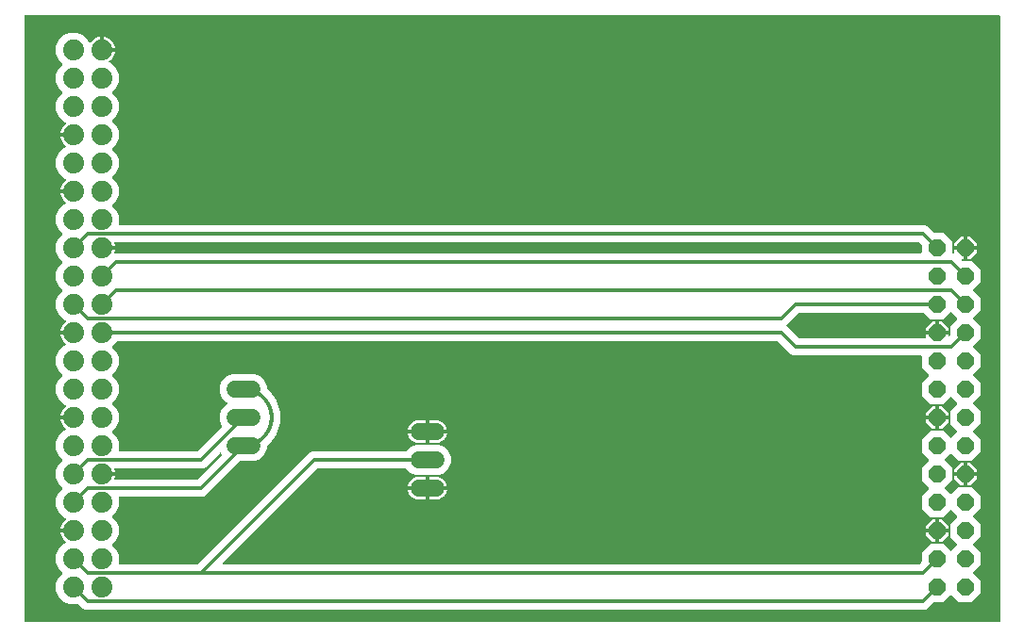
<source format=gbr>
G04 EAGLE Gerber RS-274X export*
G75*
%MOMM*%
%FSLAX34Y34*%
%LPD*%
%INBottom Copper*%
%IPPOS*%
%AMOC8*
5,1,8,0,0,1.08239X$1,22.5*%
G01*
%ADD10C,1.879600*%
%ADD11P,1.649562X8X112.500000*%
%ADD12C,1.524000*%
%ADD13C,0.304800*%
%ADD14C,1.530000*%

G36*
X881400Y6862D02*
X881400Y6862D01*
X881419Y6860D01*
X881521Y6882D01*
X881623Y6898D01*
X881640Y6908D01*
X881660Y6912D01*
X881749Y6965D01*
X881840Y7014D01*
X881854Y7028D01*
X881871Y7038D01*
X881938Y7117D01*
X882010Y7192D01*
X882018Y7210D01*
X882031Y7225D01*
X882070Y7321D01*
X882113Y7415D01*
X882115Y7435D01*
X882123Y7453D01*
X882141Y7620D01*
X882141Y551180D01*
X882140Y551189D01*
X882140Y551192D01*
X882138Y551201D01*
X882140Y551219D01*
X882118Y551321D01*
X882102Y551423D01*
X882092Y551440D01*
X882088Y551460D01*
X882035Y551549D01*
X881986Y551640D01*
X881972Y551654D01*
X881962Y551671D01*
X881883Y551738D01*
X881808Y551810D01*
X881790Y551818D01*
X881775Y551831D01*
X881679Y551870D01*
X881585Y551913D01*
X881565Y551915D01*
X881547Y551923D01*
X881380Y551941D01*
X7620Y551941D01*
X7600Y551938D01*
X7581Y551940D01*
X7479Y551918D01*
X7377Y551902D01*
X7360Y551892D01*
X7340Y551888D01*
X7251Y551835D01*
X7160Y551786D01*
X7146Y551772D01*
X7129Y551762D01*
X7062Y551683D01*
X6990Y551608D01*
X6982Y551590D01*
X6969Y551575D01*
X6930Y551479D01*
X6887Y551385D01*
X6885Y551365D01*
X6877Y551347D01*
X6859Y551180D01*
X6859Y7620D01*
X6862Y7600D01*
X6860Y7581D01*
X6882Y7479D01*
X6898Y7377D01*
X6908Y7360D01*
X6912Y7340D01*
X6965Y7251D01*
X7014Y7160D01*
X7028Y7146D01*
X7038Y7129D01*
X7117Y7062D01*
X7192Y6990D01*
X7210Y6982D01*
X7225Y6969D01*
X7321Y6930D01*
X7415Y6887D01*
X7435Y6885D01*
X7453Y6877D01*
X7620Y6859D01*
X881380Y6859D01*
X881400Y6862D01*
G37*
%LPC*%
G36*
X61984Y17779D02*
X61984Y17779D01*
X59183Y18939D01*
X56932Y21190D01*
X55398Y22725D01*
X55303Y22793D01*
X55209Y22863D01*
X55203Y22864D01*
X55198Y22868D01*
X55087Y22902D01*
X54976Y22939D01*
X54969Y22939D01*
X54963Y22940D01*
X54847Y22937D01*
X54730Y22936D01*
X54722Y22934D01*
X54717Y22934D01*
X54700Y22928D01*
X54569Y22890D01*
X53882Y22605D01*
X47718Y22605D01*
X42023Y24964D01*
X37664Y29323D01*
X35305Y35018D01*
X35305Y41182D01*
X37664Y46877D01*
X41049Y50262D01*
X41060Y50278D01*
X41076Y50290D01*
X41132Y50378D01*
X41192Y50461D01*
X41198Y50480D01*
X41209Y50497D01*
X41234Y50598D01*
X41265Y50697D01*
X41264Y50716D01*
X41269Y50736D01*
X41261Y50839D01*
X41258Y50942D01*
X41251Y50961D01*
X41250Y50981D01*
X41210Y51076D01*
X41174Y51173D01*
X41161Y51189D01*
X41154Y51207D01*
X41049Y51338D01*
X37664Y54723D01*
X35305Y60418D01*
X35305Y66582D01*
X37664Y72277D01*
X42023Y76636D01*
X44172Y77526D01*
X44261Y77581D01*
X44353Y77632D01*
X44365Y77646D01*
X44381Y77656D01*
X44448Y77736D01*
X44519Y77814D01*
X44526Y77831D01*
X44538Y77845D01*
X44575Y77943D01*
X44618Y78039D01*
X44619Y78058D01*
X44626Y78075D01*
X44630Y78180D01*
X44640Y78284D01*
X44636Y78302D01*
X44636Y78320D01*
X44607Y78421D01*
X44583Y78524D01*
X44573Y78539D01*
X44568Y78557D01*
X44508Y78643D01*
X44452Y78732D01*
X44436Y78747D01*
X44428Y78759D01*
X44402Y78778D01*
X44328Y78845D01*
X43022Y79794D01*
X41694Y81122D01*
X40589Y82643D01*
X39736Y84317D01*
X39155Y86104D01*
X38954Y87377D01*
X50038Y87377D01*
X50058Y87380D01*
X50077Y87378D01*
X50179Y87400D01*
X50281Y87417D01*
X50298Y87426D01*
X50318Y87430D01*
X50407Y87483D01*
X50498Y87532D01*
X50512Y87546D01*
X50529Y87556D01*
X50596Y87635D01*
X50667Y87710D01*
X50676Y87728D01*
X50689Y87743D01*
X50727Y87839D01*
X50771Y87933D01*
X50773Y87953D01*
X50781Y87971D01*
X50799Y88138D01*
X50799Y89662D01*
X50796Y89682D01*
X50798Y89701D01*
X50776Y89803D01*
X50759Y89905D01*
X50750Y89922D01*
X50746Y89942D01*
X50693Y90031D01*
X50644Y90122D01*
X50630Y90136D01*
X50620Y90153D01*
X50541Y90220D01*
X50466Y90291D01*
X50448Y90300D01*
X50433Y90313D01*
X50337Y90352D01*
X50243Y90395D01*
X50223Y90397D01*
X50205Y90405D01*
X50038Y90423D01*
X38954Y90423D01*
X39155Y91696D01*
X39736Y93483D01*
X40589Y95157D01*
X41694Y96678D01*
X43022Y98006D01*
X44328Y98955D01*
X44402Y99030D01*
X44479Y99101D01*
X44488Y99117D01*
X44501Y99130D01*
X44547Y99224D01*
X44598Y99316D01*
X44601Y99334D01*
X44609Y99351D01*
X44623Y99455D01*
X44642Y99558D01*
X44639Y99576D01*
X44641Y99594D01*
X44621Y99697D01*
X44606Y99802D01*
X44598Y99818D01*
X44594Y99836D01*
X44542Y99927D01*
X44494Y100021D01*
X44481Y100034D01*
X44472Y100050D01*
X44394Y100119D01*
X44319Y100193D01*
X44299Y100204D01*
X44289Y100213D01*
X44260Y100226D01*
X44172Y100274D01*
X42023Y101164D01*
X37664Y105523D01*
X35305Y111218D01*
X35305Y117382D01*
X37664Y123077D01*
X41049Y126462D01*
X41060Y126478D01*
X41076Y126490D01*
X41132Y126578D01*
X41192Y126661D01*
X41198Y126680D01*
X41209Y126697D01*
X41234Y126798D01*
X41265Y126897D01*
X41264Y126916D01*
X41269Y126936D01*
X41261Y127039D01*
X41258Y127142D01*
X41251Y127161D01*
X41250Y127181D01*
X41210Y127276D01*
X41174Y127373D01*
X41161Y127389D01*
X41154Y127407D01*
X41049Y127538D01*
X37664Y130923D01*
X35305Y136618D01*
X35305Y142782D01*
X37664Y148477D01*
X41049Y151862D01*
X41060Y151878D01*
X41076Y151890D01*
X41132Y151978D01*
X41192Y152061D01*
X41198Y152080D01*
X41209Y152097D01*
X41234Y152198D01*
X41265Y152297D01*
X41264Y152316D01*
X41269Y152336D01*
X41261Y152439D01*
X41258Y152542D01*
X41251Y152561D01*
X41250Y152581D01*
X41210Y152676D01*
X41174Y152773D01*
X41161Y152789D01*
X41154Y152807D01*
X41049Y152938D01*
X37664Y156323D01*
X35305Y162018D01*
X35305Y168182D01*
X37664Y173877D01*
X42023Y178236D01*
X44172Y179126D01*
X44262Y179181D01*
X44353Y179232D01*
X44365Y179246D01*
X44381Y179255D01*
X44448Y179337D01*
X44519Y179414D01*
X44526Y179431D01*
X44538Y179445D01*
X44575Y179543D01*
X44618Y179639D01*
X44619Y179658D01*
X44626Y179675D01*
X44630Y179780D01*
X44640Y179884D01*
X44636Y179902D01*
X44636Y179920D01*
X44607Y180021D01*
X44583Y180124D01*
X44573Y180139D01*
X44568Y180157D01*
X44508Y180243D01*
X44452Y180332D01*
X44436Y180347D01*
X44428Y180359D01*
X44402Y180377D01*
X44328Y180445D01*
X43022Y181394D01*
X41694Y182722D01*
X40589Y184243D01*
X39736Y185917D01*
X39155Y187704D01*
X38954Y188977D01*
X50038Y188977D01*
X50058Y188980D01*
X50077Y188978D01*
X50179Y189000D01*
X50281Y189017D01*
X50298Y189026D01*
X50318Y189030D01*
X50407Y189083D01*
X50498Y189132D01*
X50512Y189146D01*
X50529Y189156D01*
X50596Y189235D01*
X50667Y189310D01*
X50676Y189328D01*
X50689Y189343D01*
X50727Y189439D01*
X50771Y189533D01*
X50773Y189553D01*
X50781Y189571D01*
X50799Y189738D01*
X50799Y191262D01*
X50796Y191282D01*
X50798Y191301D01*
X50776Y191403D01*
X50759Y191505D01*
X50750Y191522D01*
X50746Y191542D01*
X50693Y191631D01*
X50644Y191722D01*
X50630Y191736D01*
X50620Y191753D01*
X50541Y191820D01*
X50466Y191891D01*
X50448Y191900D01*
X50433Y191913D01*
X50337Y191952D01*
X50243Y191995D01*
X50223Y191997D01*
X50205Y192005D01*
X50038Y192023D01*
X38954Y192023D01*
X39155Y193296D01*
X39736Y195083D01*
X40589Y196757D01*
X41694Y198278D01*
X43022Y199606D01*
X44328Y200555D01*
X44402Y200630D01*
X44479Y200701D01*
X44488Y200717D01*
X44501Y200730D01*
X44547Y200824D01*
X44598Y200916D01*
X44601Y200934D01*
X44609Y200951D01*
X44623Y201055D01*
X44642Y201158D01*
X44639Y201176D01*
X44641Y201194D01*
X44621Y201298D01*
X44606Y201402D01*
X44598Y201418D01*
X44594Y201436D01*
X44542Y201527D01*
X44494Y201621D01*
X44481Y201634D01*
X44472Y201650D01*
X44394Y201719D01*
X44319Y201793D01*
X44299Y201804D01*
X44289Y201813D01*
X44260Y201826D01*
X44172Y201874D01*
X42023Y202764D01*
X37664Y207123D01*
X35305Y212818D01*
X35305Y218982D01*
X37664Y224677D01*
X41049Y228062D01*
X41060Y228078D01*
X41076Y228090D01*
X41132Y228177D01*
X41192Y228261D01*
X41198Y228280D01*
X41209Y228297D01*
X41234Y228398D01*
X41265Y228497D01*
X41264Y228516D01*
X41269Y228536D01*
X41261Y228639D01*
X41258Y228742D01*
X41251Y228761D01*
X41250Y228781D01*
X41210Y228876D01*
X41174Y228973D01*
X41161Y228989D01*
X41154Y229007D01*
X41049Y229138D01*
X37664Y232523D01*
X35305Y238218D01*
X35305Y244382D01*
X37664Y250077D01*
X42023Y254436D01*
X44172Y255326D01*
X44261Y255381D01*
X44353Y255432D01*
X44365Y255446D01*
X44381Y255456D01*
X44448Y255536D01*
X44519Y255614D01*
X44526Y255631D01*
X44538Y255645D01*
X44575Y255743D01*
X44618Y255839D01*
X44619Y255858D01*
X44626Y255875D01*
X44630Y255980D01*
X44640Y256084D01*
X44636Y256102D01*
X44636Y256120D01*
X44607Y256221D01*
X44583Y256324D01*
X44573Y256339D01*
X44568Y256357D01*
X44508Y256443D01*
X44452Y256532D01*
X44436Y256547D01*
X44428Y256559D01*
X44402Y256578D01*
X44328Y256645D01*
X43022Y257594D01*
X41694Y258922D01*
X40589Y260443D01*
X39736Y262117D01*
X39155Y263904D01*
X38954Y265177D01*
X50038Y265177D01*
X50058Y265180D01*
X50077Y265178D01*
X50179Y265200D01*
X50281Y265217D01*
X50298Y265226D01*
X50318Y265230D01*
X50407Y265283D01*
X50498Y265332D01*
X50512Y265346D01*
X50529Y265356D01*
X50596Y265435D01*
X50667Y265510D01*
X50676Y265528D01*
X50689Y265543D01*
X50727Y265639D01*
X50771Y265733D01*
X50773Y265753D01*
X50781Y265771D01*
X50799Y265938D01*
X50799Y267462D01*
X50796Y267482D01*
X50798Y267501D01*
X50776Y267603D01*
X50759Y267705D01*
X50750Y267722D01*
X50746Y267742D01*
X50693Y267831D01*
X50644Y267922D01*
X50630Y267936D01*
X50620Y267953D01*
X50541Y268020D01*
X50466Y268091D01*
X50448Y268100D01*
X50433Y268113D01*
X50337Y268152D01*
X50243Y268195D01*
X50223Y268197D01*
X50205Y268205D01*
X50038Y268223D01*
X38954Y268223D01*
X39155Y269496D01*
X39736Y271283D01*
X40589Y272957D01*
X41694Y274478D01*
X43022Y275806D01*
X44328Y276755D01*
X44402Y276830D01*
X44479Y276901D01*
X44488Y276917D01*
X44501Y276930D01*
X44547Y277024D01*
X44598Y277116D01*
X44601Y277134D01*
X44609Y277151D01*
X44623Y277255D01*
X44642Y277358D01*
X44639Y277376D01*
X44641Y277394D01*
X44621Y277498D01*
X44606Y277602D01*
X44598Y277618D01*
X44594Y277636D01*
X44542Y277727D01*
X44494Y277821D01*
X44481Y277834D01*
X44472Y277850D01*
X44394Y277919D01*
X44319Y277993D01*
X44299Y278004D01*
X44289Y278013D01*
X44260Y278026D01*
X44172Y278074D01*
X42023Y278964D01*
X37664Y283323D01*
X35305Y289018D01*
X35305Y295182D01*
X37664Y300877D01*
X41049Y304262D01*
X41060Y304278D01*
X41076Y304290D01*
X41132Y304378D01*
X41192Y304461D01*
X41198Y304480D01*
X41209Y304497D01*
X41234Y304598D01*
X41265Y304697D01*
X41264Y304716D01*
X41269Y304736D01*
X41261Y304839D01*
X41258Y304942D01*
X41251Y304961D01*
X41250Y304981D01*
X41210Y305076D01*
X41174Y305173D01*
X41161Y305189D01*
X41154Y305207D01*
X41049Y305338D01*
X37664Y308723D01*
X35305Y314418D01*
X35305Y320582D01*
X37664Y326277D01*
X41049Y329662D01*
X41060Y329678D01*
X41076Y329690D01*
X41132Y329778D01*
X41192Y329861D01*
X41198Y329880D01*
X41209Y329897D01*
X41234Y329998D01*
X41265Y330097D01*
X41264Y330116D01*
X41269Y330136D01*
X41261Y330239D01*
X41258Y330342D01*
X41251Y330361D01*
X41250Y330381D01*
X41210Y330476D01*
X41174Y330573D01*
X41161Y330589D01*
X41154Y330607D01*
X41049Y330738D01*
X37664Y334123D01*
X35305Y339818D01*
X35305Y345982D01*
X37664Y351677D01*
X41049Y355062D01*
X41060Y355078D01*
X41076Y355090D01*
X41132Y355178D01*
X41192Y355261D01*
X41198Y355280D01*
X41209Y355297D01*
X41234Y355398D01*
X41265Y355497D01*
X41264Y355516D01*
X41269Y355536D01*
X41261Y355639D01*
X41258Y355742D01*
X41251Y355761D01*
X41250Y355781D01*
X41210Y355876D01*
X41174Y355973D01*
X41161Y355989D01*
X41154Y356007D01*
X41049Y356138D01*
X37664Y359523D01*
X35305Y365218D01*
X35305Y371382D01*
X37664Y377077D01*
X42023Y381436D01*
X44172Y382326D01*
X44261Y382381D01*
X44353Y382432D01*
X44365Y382446D01*
X44381Y382456D01*
X44448Y382536D01*
X44519Y382614D01*
X44526Y382631D01*
X44538Y382645D01*
X44575Y382743D01*
X44618Y382839D01*
X44619Y382858D01*
X44626Y382875D01*
X44630Y382980D01*
X44640Y383084D01*
X44636Y383102D01*
X44636Y383120D01*
X44607Y383221D01*
X44583Y383324D01*
X44573Y383339D01*
X44568Y383357D01*
X44508Y383443D01*
X44452Y383532D01*
X44436Y383547D01*
X44428Y383559D01*
X44402Y383578D01*
X44328Y383645D01*
X43022Y384594D01*
X41694Y385922D01*
X40589Y387443D01*
X39736Y389117D01*
X39155Y390904D01*
X38954Y392177D01*
X50038Y392177D01*
X50058Y392180D01*
X50077Y392178D01*
X50179Y392200D01*
X50281Y392217D01*
X50298Y392226D01*
X50318Y392230D01*
X50407Y392283D01*
X50498Y392332D01*
X50512Y392346D01*
X50529Y392356D01*
X50596Y392435D01*
X50667Y392510D01*
X50676Y392528D01*
X50689Y392543D01*
X50727Y392639D01*
X50771Y392733D01*
X50773Y392753D01*
X50781Y392771D01*
X50799Y392938D01*
X50799Y394462D01*
X50796Y394482D01*
X50798Y394501D01*
X50776Y394603D01*
X50759Y394705D01*
X50750Y394722D01*
X50746Y394742D01*
X50693Y394831D01*
X50644Y394922D01*
X50630Y394936D01*
X50620Y394953D01*
X50541Y395020D01*
X50466Y395091D01*
X50448Y395100D01*
X50433Y395113D01*
X50337Y395152D01*
X50243Y395195D01*
X50223Y395197D01*
X50205Y395205D01*
X50038Y395223D01*
X38954Y395223D01*
X39155Y396496D01*
X39736Y398283D01*
X40589Y399957D01*
X41694Y401478D01*
X43022Y402806D01*
X44328Y403755D01*
X44402Y403830D01*
X44479Y403901D01*
X44488Y403917D01*
X44501Y403930D01*
X44547Y404024D01*
X44598Y404116D01*
X44601Y404134D01*
X44609Y404151D01*
X44623Y404255D01*
X44642Y404358D01*
X44639Y404376D01*
X44641Y404394D01*
X44621Y404498D01*
X44606Y404602D01*
X44598Y404618D01*
X44594Y404636D01*
X44542Y404727D01*
X44494Y404821D01*
X44481Y404834D01*
X44472Y404850D01*
X44394Y404919D01*
X44319Y404993D01*
X44299Y405004D01*
X44289Y405013D01*
X44260Y405026D01*
X44172Y405074D01*
X42023Y405964D01*
X37664Y410323D01*
X35305Y416018D01*
X35305Y422182D01*
X37664Y427877D01*
X42023Y432236D01*
X44172Y433126D01*
X44261Y433181D01*
X44353Y433232D01*
X44365Y433246D01*
X44381Y433256D01*
X44448Y433336D01*
X44519Y433414D01*
X44526Y433431D01*
X44538Y433445D01*
X44575Y433543D01*
X44618Y433639D01*
X44619Y433658D01*
X44626Y433675D01*
X44630Y433780D01*
X44640Y433884D01*
X44636Y433902D01*
X44636Y433920D01*
X44607Y434021D01*
X44583Y434124D01*
X44573Y434139D01*
X44568Y434157D01*
X44508Y434243D01*
X44452Y434332D01*
X44436Y434347D01*
X44428Y434359D01*
X44402Y434378D01*
X44328Y434445D01*
X43022Y435394D01*
X41694Y436722D01*
X40589Y438243D01*
X39736Y439917D01*
X39155Y441704D01*
X38954Y442977D01*
X50038Y442977D01*
X50058Y442980D01*
X50077Y442978D01*
X50179Y443000D01*
X50281Y443017D01*
X50298Y443026D01*
X50318Y443030D01*
X50407Y443083D01*
X50498Y443132D01*
X50512Y443146D01*
X50529Y443156D01*
X50596Y443235D01*
X50667Y443310D01*
X50676Y443328D01*
X50689Y443343D01*
X50727Y443439D01*
X50771Y443533D01*
X50773Y443553D01*
X50781Y443571D01*
X50799Y443738D01*
X50799Y445262D01*
X50796Y445282D01*
X50798Y445301D01*
X50776Y445403D01*
X50759Y445505D01*
X50750Y445522D01*
X50746Y445542D01*
X50693Y445631D01*
X50644Y445722D01*
X50630Y445736D01*
X50620Y445753D01*
X50541Y445820D01*
X50466Y445891D01*
X50448Y445900D01*
X50433Y445913D01*
X50337Y445952D01*
X50243Y445995D01*
X50223Y445997D01*
X50205Y446005D01*
X50038Y446023D01*
X38954Y446023D01*
X39155Y447296D01*
X39736Y449083D01*
X40589Y450757D01*
X41694Y452278D01*
X43022Y453606D01*
X44328Y454555D01*
X44402Y454630D01*
X44479Y454701D01*
X44488Y454717D01*
X44501Y454730D01*
X44547Y454824D01*
X44598Y454916D01*
X44601Y454934D01*
X44609Y454951D01*
X44623Y455055D01*
X44642Y455158D01*
X44639Y455176D01*
X44641Y455194D01*
X44621Y455298D01*
X44606Y455402D01*
X44598Y455418D01*
X44594Y455436D01*
X44542Y455527D01*
X44494Y455621D01*
X44481Y455634D01*
X44472Y455650D01*
X44394Y455719D01*
X44319Y455793D01*
X44299Y455804D01*
X44289Y455813D01*
X44260Y455826D01*
X44172Y455874D01*
X42023Y456764D01*
X37664Y461123D01*
X35305Y466818D01*
X35305Y472982D01*
X37664Y478677D01*
X41049Y482062D01*
X41060Y482078D01*
X41076Y482090D01*
X41132Y482178D01*
X41192Y482261D01*
X41198Y482280D01*
X41209Y482297D01*
X41234Y482398D01*
X41265Y482497D01*
X41264Y482516D01*
X41269Y482536D01*
X41261Y482639D01*
X41258Y482742D01*
X41251Y482761D01*
X41250Y482781D01*
X41210Y482876D01*
X41174Y482973D01*
X41161Y482989D01*
X41154Y483007D01*
X41049Y483138D01*
X37664Y486523D01*
X35305Y492218D01*
X35305Y498382D01*
X37664Y504077D01*
X41049Y507462D01*
X41060Y507478D01*
X41076Y507490D01*
X41132Y507578D01*
X41192Y507661D01*
X41198Y507680D01*
X41209Y507697D01*
X41234Y507798D01*
X41265Y507897D01*
X41264Y507916D01*
X41269Y507936D01*
X41261Y508039D01*
X41258Y508142D01*
X41251Y508161D01*
X41250Y508181D01*
X41210Y508276D01*
X41174Y508373D01*
X41161Y508389D01*
X41154Y508407D01*
X41049Y508538D01*
X37664Y511923D01*
X35305Y517618D01*
X35305Y523782D01*
X37664Y529477D01*
X42023Y533836D01*
X47718Y536195D01*
X53882Y536195D01*
X59577Y533836D01*
X63936Y529477D01*
X64826Y527328D01*
X64881Y527238D01*
X64932Y527147D01*
X64946Y527135D01*
X64955Y527119D01*
X65037Y527052D01*
X65114Y526981D01*
X65131Y526974D01*
X65145Y526962D01*
X65243Y526925D01*
X65339Y526882D01*
X65358Y526881D01*
X65375Y526874D01*
X65480Y526870D01*
X65584Y526860D01*
X65602Y526864D01*
X65620Y526864D01*
X65721Y526893D01*
X65824Y526917D01*
X65839Y526927D01*
X65857Y526932D01*
X65943Y526992D01*
X66032Y527048D01*
X66047Y527064D01*
X66059Y527072D01*
X66077Y527098D01*
X66145Y527172D01*
X67094Y528478D01*
X68422Y529806D01*
X69943Y530911D01*
X71617Y531764D01*
X73404Y532345D01*
X74677Y532546D01*
X74677Y521462D01*
X74680Y521443D01*
X74678Y521424D01*
X74678Y521423D01*
X74700Y521321D01*
X74717Y521219D01*
X74726Y521202D01*
X74730Y521182D01*
X74783Y521093D01*
X74832Y521002D01*
X74846Y520988D01*
X74856Y520971D01*
X74935Y520904D01*
X75010Y520833D01*
X75028Y520824D01*
X75043Y520811D01*
X75139Y520773D01*
X75233Y520729D01*
X75253Y520727D01*
X75271Y520719D01*
X75438Y520701D01*
X76201Y520701D01*
X76201Y519938D01*
X76204Y519920D01*
X76202Y519902D01*
X76202Y519901D01*
X76202Y519899D01*
X76224Y519797D01*
X76241Y519695D01*
X76250Y519678D01*
X76254Y519658D01*
X76307Y519569D01*
X76356Y519478D01*
X76370Y519464D01*
X76380Y519447D01*
X76459Y519380D01*
X76534Y519309D01*
X76552Y519300D01*
X76567Y519287D01*
X76663Y519248D01*
X76757Y519205D01*
X76777Y519203D01*
X76795Y519195D01*
X76962Y519177D01*
X88046Y519177D01*
X87845Y517904D01*
X87264Y516117D01*
X86411Y514443D01*
X85306Y512922D01*
X83978Y511594D01*
X82672Y510645D01*
X82598Y510570D01*
X82521Y510499D01*
X82512Y510483D01*
X82499Y510470D01*
X82453Y510376D01*
X82402Y510284D01*
X82399Y510266D01*
X82391Y510249D01*
X82377Y510145D01*
X82358Y510042D01*
X82361Y510024D01*
X82359Y510006D01*
X82379Y509902D01*
X82394Y509798D01*
X82402Y509782D01*
X82406Y509764D01*
X82458Y509673D01*
X82506Y509579D01*
X82519Y509566D01*
X82528Y509550D01*
X82606Y509481D01*
X82681Y509407D01*
X82701Y509396D01*
X82711Y509387D01*
X82740Y509374D01*
X82828Y509326D01*
X84977Y508436D01*
X89336Y504077D01*
X91695Y498382D01*
X91695Y492218D01*
X89336Y486523D01*
X85951Y483138D01*
X85940Y483122D01*
X85924Y483110D01*
X85868Y483022D01*
X85808Y482939D01*
X85802Y482920D01*
X85791Y482903D01*
X85766Y482802D01*
X85735Y482703D01*
X85736Y482684D01*
X85731Y482664D01*
X85739Y482561D01*
X85742Y482458D01*
X85749Y482439D01*
X85750Y482419D01*
X85790Y482324D01*
X85826Y482227D01*
X85839Y482211D01*
X85846Y482193D01*
X85951Y482062D01*
X89336Y478677D01*
X91695Y472982D01*
X91695Y466818D01*
X89336Y461123D01*
X85951Y457738D01*
X85940Y457722D01*
X85924Y457710D01*
X85868Y457622D01*
X85808Y457539D01*
X85802Y457520D01*
X85791Y457503D01*
X85766Y457402D01*
X85735Y457303D01*
X85736Y457284D01*
X85731Y457264D01*
X85739Y457161D01*
X85742Y457058D01*
X85749Y457039D01*
X85750Y457019D01*
X85790Y456924D01*
X85826Y456827D01*
X85839Y456811D01*
X85846Y456793D01*
X85951Y456662D01*
X89336Y453277D01*
X91695Y447582D01*
X91695Y441418D01*
X89336Y435723D01*
X85951Y432338D01*
X85940Y432322D01*
X85924Y432310D01*
X85868Y432222D01*
X85808Y432139D01*
X85802Y432120D01*
X85791Y432103D01*
X85766Y432002D01*
X85735Y431903D01*
X85736Y431884D01*
X85731Y431864D01*
X85739Y431761D01*
X85742Y431658D01*
X85749Y431639D01*
X85750Y431619D01*
X85790Y431524D01*
X85826Y431427D01*
X85839Y431411D01*
X85846Y431393D01*
X85951Y431262D01*
X89336Y427877D01*
X91695Y422182D01*
X91695Y416018D01*
X89336Y410323D01*
X85951Y406938D01*
X85940Y406922D01*
X85924Y406910D01*
X85868Y406822D01*
X85808Y406739D01*
X85802Y406720D01*
X85791Y406703D01*
X85766Y406602D01*
X85735Y406503D01*
X85736Y406484D01*
X85731Y406464D01*
X85739Y406361D01*
X85742Y406258D01*
X85749Y406239D01*
X85750Y406219D01*
X85790Y406124D01*
X85826Y406027D01*
X85839Y406011D01*
X85846Y405993D01*
X85951Y405862D01*
X89336Y402477D01*
X91695Y396782D01*
X91695Y390618D01*
X89336Y384923D01*
X85951Y381538D01*
X85940Y381522D01*
X85924Y381510D01*
X85868Y381422D01*
X85808Y381339D01*
X85802Y381320D01*
X85791Y381303D01*
X85766Y381202D01*
X85735Y381103D01*
X85736Y381084D01*
X85731Y381064D01*
X85739Y380961D01*
X85742Y380858D01*
X85749Y380839D01*
X85750Y380819D01*
X85790Y380724D01*
X85826Y380627D01*
X85839Y380611D01*
X85846Y380593D01*
X85951Y380462D01*
X89336Y377077D01*
X91695Y371382D01*
X91695Y365218D01*
X91303Y364273D01*
X91293Y364229D01*
X91274Y364187D01*
X91265Y364110D01*
X91247Y364034D01*
X91252Y363988D01*
X91247Y363943D01*
X91263Y363866D01*
X91270Y363789D01*
X91289Y363747D01*
X91299Y363702D01*
X91339Y363635D01*
X91370Y363564D01*
X91401Y363530D01*
X91425Y363491D01*
X91484Y363440D01*
X91537Y363383D01*
X91577Y363361D01*
X91612Y363331D01*
X91684Y363302D01*
X91752Y363265D01*
X91797Y363256D01*
X91840Y363239D01*
X91976Y363224D01*
X91994Y363221D01*
X91999Y363222D01*
X92007Y363221D01*
X814316Y363221D01*
X817117Y362061D01*
X822338Y356840D01*
X822412Y356787D01*
X822481Y356727D01*
X822511Y356715D01*
X822537Y356696D01*
X822624Y356669D01*
X822709Y356635D01*
X822750Y356631D01*
X822772Y356624D01*
X822805Y356625D01*
X822876Y356617D01*
X831182Y356617D01*
X839217Y348582D01*
X839217Y338536D01*
X839220Y338516D01*
X839218Y338497D01*
X839240Y338395D01*
X839256Y338293D01*
X839266Y338276D01*
X839270Y338256D01*
X839323Y338167D01*
X839372Y338076D01*
X839386Y338062D01*
X839396Y338045D01*
X839475Y337978D01*
X839550Y337907D01*
X839568Y337898D01*
X839583Y337885D01*
X839679Y337846D01*
X839773Y337803D01*
X839793Y337801D01*
X839811Y337793D01*
X839978Y337775D01*
X839998Y337778D01*
X840017Y337776D01*
X840119Y337798D01*
X840221Y337815D01*
X840238Y337824D01*
X840258Y337828D01*
X840347Y337881D01*
X840438Y337930D01*
X840452Y337944D01*
X840469Y337954D01*
X840536Y338033D01*
X840608Y338108D01*
X840616Y338126D01*
X840629Y338141D01*
X840668Y338237D01*
X840711Y338331D01*
X840713Y338351D01*
X840721Y338369D01*
X840739Y338536D01*
X840739Y341377D01*
X849377Y341377D01*
X849377Y332739D01*
X848276Y332739D01*
X848206Y332728D01*
X848136Y332726D01*
X848086Y332708D01*
X848033Y332700D01*
X847971Y332666D01*
X847904Y332642D01*
X847863Y332609D01*
X847816Y332584D01*
X847767Y332533D01*
X847712Y332489D01*
X847683Y332445D01*
X847646Y332406D01*
X847617Y332342D01*
X847578Y332283D01*
X847565Y332231D01*
X847543Y332183D01*
X847535Y332113D01*
X847518Y332044D01*
X847521Y331991D01*
X847516Y331939D01*
X847531Y331869D01*
X847536Y331799D01*
X847557Y331750D01*
X847568Y331698D01*
X847604Y331638D01*
X847632Y331572D01*
X847667Y331533D01*
X847694Y331487D01*
X847748Y331441D01*
X847795Y331388D01*
X847856Y331348D01*
X847881Y331327D01*
X847902Y331319D01*
X847935Y331297D01*
X848023Y331270D01*
X848085Y331245D01*
X848109Y331235D01*
X848149Y331231D01*
X848170Y331224D01*
X848203Y331225D01*
X848276Y331217D01*
X856582Y331217D01*
X864617Y323182D01*
X864617Y311818D01*
X858137Y305338D01*
X858125Y305322D01*
X858109Y305310D01*
X858053Y305222D01*
X857993Y305139D01*
X857987Y305120D01*
X857976Y305103D01*
X857951Y305002D01*
X857921Y304903D01*
X857921Y304884D01*
X857916Y304864D01*
X857924Y304761D01*
X857927Y304658D01*
X857934Y304639D01*
X857936Y304619D01*
X857976Y304524D01*
X858012Y304427D01*
X858024Y304411D01*
X858032Y304393D01*
X858137Y304262D01*
X864617Y297782D01*
X864617Y286418D01*
X858137Y279938D01*
X858125Y279922D01*
X858109Y279910D01*
X858053Y279822D01*
X857993Y279739D01*
X857987Y279720D01*
X857976Y279703D01*
X857951Y279602D01*
X857921Y279503D01*
X857921Y279484D01*
X857916Y279464D01*
X857924Y279361D01*
X857927Y279258D01*
X857934Y279239D01*
X857936Y279219D01*
X857976Y279124D01*
X857978Y279117D01*
X857981Y279106D01*
X857985Y279099D01*
X858012Y279027D01*
X858024Y279011D01*
X858032Y278993D01*
X858099Y278909D01*
X858107Y278895D01*
X858116Y278888D01*
X858137Y278862D01*
X864617Y272382D01*
X864617Y261018D01*
X858137Y254538D01*
X858125Y254522D01*
X858109Y254510D01*
X858053Y254422D01*
X857993Y254339D01*
X857987Y254320D01*
X857976Y254303D01*
X857951Y254202D01*
X857921Y254103D01*
X857921Y254084D01*
X857916Y254064D01*
X857924Y253961D01*
X857927Y253858D01*
X857934Y253839D01*
X857936Y253819D01*
X857976Y253724D01*
X858012Y253627D01*
X858024Y253611D01*
X858032Y253593D01*
X858137Y253462D01*
X864617Y246982D01*
X864617Y235618D01*
X858137Y229138D01*
X858125Y229122D01*
X858109Y229110D01*
X858053Y229022D01*
X857993Y228939D01*
X857987Y228920D01*
X857976Y228903D01*
X857951Y228802D01*
X857921Y228703D01*
X857921Y228684D01*
X857916Y228664D01*
X857924Y228561D01*
X857927Y228458D01*
X857934Y228439D01*
X857936Y228419D01*
X857976Y228324D01*
X858012Y228227D01*
X858024Y228211D01*
X858032Y228193D01*
X858137Y228062D01*
X864617Y221582D01*
X864617Y210218D01*
X858137Y203738D01*
X858125Y203722D01*
X858109Y203710D01*
X858053Y203622D01*
X857993Y203539D01*
X857987Y203520D01*
X857976Y203503D01*
X857951Y203402D01*
X857921Y203303D01*
X857921Y203284D01*
X857916Y203264D01*
X857924Y203161D01*
X857927Y203058D01*
X857934Y203039D01*
X857936Y203019D01*
X857976Y202924D01*
X858012Y202827D01*
X858024Y202811D01*
X858032Y202793D01*
X858137Y202662D01*
X864617Y196182D01*
X864617Y184818D01*
X858137Y178338D01*
X858125Y178322D01*
X858109Y178310D01*
X858053Y178222D01*
X857993Y178139D01*
X857987Y178120D01*
X857976Y178103D01*
X857951Y178002D01*
X857921Y177903D01*
X857921Y177884D01*
X857916Y177864D01*
X857924Y177761D01*
X857927Y177658D01*
X857934Y177639D01*
X857936Y177619D01*
X857976Y177524D01*
X858012Y177427D01*
X858024Y177411D01*
X858032Y177393D01*
X858137Y177262D01*
X864617Y170782D01*
X864617Y159418D01*
X856582Y151383D01*
X845218Y151383D01*
X838738Y157863D01*
X838722Y157875D01*
X838710Y157891D01*
X838622Y157947D01*
X838539Y158007D01*
X838520Y158013D01*
X838503Y158024D01*
X838402Y158049D01*
X838303Y158079D01*
X838284Y158079D01*
X838264Y158084D01*
X838161Y158076D01*
X838058Y158073D01*
X838039Y158066D01*
X838019Y158064D01*
X837924Y158024D01*
X837827Y157988D01*
X837811Y157976D01*
X837793Y157968D01*
X837662Y157863D01*
X832737Y152938D01*
X832725Y152922D01*
X832709Y152910D01*
X832653Y152822D01*
X832593Y152739D01*
X832587Y152720D01*
X832576Y152703D01*
X832551Y152602D01*
X832521Y152503D01*
X832521Y152484D01*
X832516Y152464D01*
X832524Y152361D01*
X832527Y152258D01*
X832534Y152239D01*
X832536Y152219D01*
X832576Y152124D01*
X832612Y152027D01*
X832624Y152011D01*
X832632Y151993D01*
X832737Y151862D01*
X839217Y145382D01*
X839217Y134018D01*
X832737Y127538D01*
X832725Y127522D01*
X832709Y127510D01*
X832653Y127422D01*
X832593Y127339D01*
X832587Y127320D01*
X832576Y127303D01*
X832551Y127202D01*
X832521Y127103D01*
X832521Y127084D01*
X832516Y127064D01*
X832524Y126961D01*
X832527Y126858D01*
X832534Y126839D01*
X832536Y126819D01*
X832576Y126724D01*
X832612Y126627D01*
X832624Y126611D01*
X832632Y126593D01*
X832737Y126462D01*
X837662Y121537D01*
X837678Y121525D01*
X837690Y121509D01*
X837777Y121453D01*
X837861Y121393D01*
X837881Y121387D01*
X837897Y121376D01*
X837998Y121351D01*
X838097Y121321D01*
X838116Y121321D01*
X838136Y121316D01*
X838239Y121324D01*
X838342Y121327D01*
X838361Y121334D01*
X838381Y121336D01*
X838476Y121376D01*
X838573Y121412D01*
X838589Y121424D01*
X838607Y121432D01*
X838738Y121537D01*
X845218Y128017D01*
X856582Y128017D01*
X864617Y119982D01*
X864617Y108618D01*
X858137Y102138D01*
X858125Y102122D01*
X858109Y102110D01*
X858053Y102022D01*
X857993Y101939D01*
X857987Y101920D01*
X857976Y101903D01*
X857951Y101802D01*
X857921Y101703D01*
X857921Y101684D01*
X857916Y101664D01*
X857924Y101561D01*
X857927Y101458D01*
X857934Y101439D01*
X857936Y101419D01*
X857976Y101324D01*
X858012Y101227D01*
X858024Y101211D01*
X858032Y101193D01*
X858137Y101062D01*
X864617Y94582D01*
X864617Y83218D01*
X858137Y76738D01*
X858125Y76722D01*
X858109Y76710D01*
X858053Y76622D01*
X857993Y76539D01*
X857987Y76520D01*
X857976Y76503D01*
X857951Y76402D01*
X857921Y76303D01*
X857921Y76284D01*
X857916Y76264D01*
X857924Y76161D01*
X857927Y76058D01*
X857934Y76039D01*
X857936Y76019D01*
X857976Y75924D01*
X858012Y75827D01*
X858024Y75811D01*
X858032Y75793D01*
X858137Y75662D01*
X864617Y69182D01*
X864617Y57818D01*
X858137Y51338D01*
X858125Y51322D01*
X858109Y51310D01*
X858053Y51222D01*
X857993Y51139D01*
X857987Y51120D01*
X857976Y51103D01*
X857951Y51002D01*
X857921Y50903D01*
X857921Y50884D01*
X857916Y50864D01*
X857924Y50761D01*
X857927Y50658D01*
X857934Y50639D01*
X857936Y50619D01*
X857976Y50524D01*
X858012Y50427D01*
X858024Y50411D01*
X858032Y50393D01*
X858137Y50262D01*
X864617Y43782D01*
X864617Y32418D01*
X856582Y24383D01*
X845218Y24383D01*
X838738Y30863D01*
X838722Y30875D01*
X838710Y30891D01*
X838622Y30947D01*
X838539Y31007D01*
X838520Y31013D01*
X838503Y31024D01*
X838402Y31049D01*
X838303Y31079D01*
X838284Y31079D01*
X838264Y31084D01*
X838161Y31076D01*
X838058Y31073D01*
X838039Y31066D01*
X838019Y31064D01*
X837924Y31024D01*
X837827Y30988D01*
X837811Y30976D01*
X837793Y30968D01*
X837662Y30863D01*
X831182Y24383D01*
X822876Y24383D01*
X822786Y24369D01*
X822695Y24361D01*
X822665Y24349D01*
X822633Y24344D01*
X822552Y24301D01*
X822469Y24265D01*
X822436Y24239D01*
X822416Y24228D01*
X822402Y24214D01*
X822400Y24213D01*
X822390Y24202D01*
X822338Y24160D01*
X817117Y18939D01*
X814316Y17779D01*
X61984Y17779D01*
G37*
%LPD*%
G36*
X161718Y58435D02*
X161718Y58435D01*
X161809Y58443D01*
X161839Y58455D01*
X161871Y58460D01*
X161952Y58503D01*
X162035Y58539D01*
X162068Y58565D01*
X162088Y58576D01*
X162110Y58599D01*
X162166Y58644D01*
X262383Y158861D01*
X265184Y160021D01*
X348587Y160021D01*
X348677Y160035D01*
X348768Y160043D01*
X348798Y160055D01*
X348830Y160060D01*
X348910Y160103D01*
X348994Y160139D01*
X349026Y160165D01*
X349047Y160176D01*
X349069Y160199D01*
X349125Y160244D01*
X352910Y164028D01*
X357952Y166117D01*
X378648Y166117D01*
X383690Y164028D01*
X387548Y160170D01*
X389637Y155128D01*
X389637Y149672D01*
X387548Y144630D01*
X383690Y140772D01*
X378648Y138683D01*
X357952Y138683D01*
X352910Y140772D01*
X349125Y144556D01*
X349051Y144609D01*
X348982Y144669D01*
X348952Y144681D01*
X348926Y144700D01*
X348839Y144727D01*
X348754Y144761D01*
X348713Y144765D01*
X348690Y144772D01*
X348658Y144771D01*
X348587Y144779D01*
X270172Y144779D01*
X270082Y144765D01*
X269991Y144757D01*
X269961Y144745D01*
X269929Y144740D01*
X269848Y144697D01*
X269765Y144661D01*
X269732Y144635D01*
X269712Y144624D01*
X269690Y144601D01*
X269634Y144556D01*
X184798Y59720D01*
X184756Y59662D01*
X184706Y59610D01*
X184684Y59563D01*
X184654Y59521D01*
X184633Y59452D01*
X184603Y59387D01*
X184597Y59335D01*
X184582Y59285D01*
X184584Y59214D01*
X184576Y59143D01*
X184587Y59092D01*
X184588Y59040D01*
X184613Y58972D01*
X184628Y58902D01*
X184655Y58858D01*
X184672Y58809D01*
X184717Y58753D01*
X184754Y58691D01*
X184794Y58657D01*
X184826Y58617D01*
X184886Y58578D01*
X184941Y58531D01*
X184989Y58512D01*
X185033Y58484D01*
X185103Y58466D01*
X185169Y58439D01*
X185240Y58431D01*
X185272Y58423D01*
X185295Y58425D01*
X185336Y58421D01*
X809328Y58421D01*
X809418Y58435D01*
X809509Y58443D01*
X809539Y58455D01*
X809571Y58460D01*
X809652Y58503D01*
X809735Y58539D01*
X809768Y58565D01*
X809788Y58576D01*
X809810Y58599D01*
X809866Y58644D01*
X811560Y60338D01*
X811613Y60412D01*
X811673Y60481D01*
X811685Y60511D01*
X811704Y60537D01*
X811731Y60624D01*
X811765Y60709D01*
X811769Y60750D01*
X811776Y60772D01*
X811775Y60805D01*
X811783Y60876D01*
X811783Y69182D01*
X819818Y77217D01*
X831182Y77217D01*
X837662Y70737D01*
X837678Y70725D01*
X837690Y70709D01*
X837778Y70653D01*
X837861Y70593D01*
X837880Y70587D01*
X837897Y70576D01*
X837998Y70551D01*
X838097Y70521D01*
X838116Y70521D01*
X838136Y70516D01*
X838239Y70524D01*
X838342Y70527D01*
X838361Y70534D01*
X838381Y70536D01*
X838476Y70576D01*
X838573Y70612D01*
X838589Y70624D01*
X838607Y70632D01*
X838738Y70737D01*
X843663Y75662D01*
X843675Y75678D01*
X843691Y75690D01*
X843747Y75778D01*
X843807Y75861D01*
X843813Y75880D01*
X843824Y75897D01*
X843849Y75998D01*
X843879Y76097D01*
X843879Y76116D01*
X843884Y76136D01*
X843876Y76239D01*
X843873Y76342D01*
X843866Y76361D01*
X843864Y76381D01*
X843824Y76476D01*
X843788Y76573D01*
X843776Y76589D01*
X843768Y76607D01*
X843663Y76738D01*
X837183Y83218D01*
X837183Y94582D01*
X843663Y101062D01*
X843675Y101078D01*
X843691Y101090D01*
X843747Y101178D01*
X843807Y101261D01*
X843813Y101280D01*
X843824Y101297D01*
X843849Y101398D01*
X843879Y101497D01*
X843879Y101516D01*
X843884Y101536D01*
X843876Y101639D01*
X843873Y101742D01*
X843866Y101761D01*
X843864Y101781D01*
X843824Y101876D01*
X843788Y101973D01*
X843776Y101989D01*
X843768Y102007D01*
X843663Y102138D01*
X838738Y107063D01*
X838722Y107075D01*
X838710Y107091D01*
X838622Y107147D01*
X838539Y107207D01*
X838520Y107213D01*
X838503Y107224D01*
X838402Y107249D01*
X838303Y107279D01*
X838284Y107279D01*
X838264Y107284D01*
X838161Y107276D01*
X838058Y107273D01*
X838039Y107266D01*
X838019Y107264D01*
X837924Y107224D01*
X837827Y107188D01*
X837811Y107176D01*
X837793Y107168D01*
X837662Y107063D01*
X831182Y100583D01*
X819818Y100583D01*
X811783Y108618D01*
X811783Y119982D01*
X818263Y126462D01*
X818275Y126478D01*
X818291Y126490D01*
X818347Y126578D01*
X818407Y126661D01*
X818413Y126680D01*
X818424Y126697D01*
X818449Y126798D01*
X818479Y126897D01*
X818479Y126916D01*
X818484Y126936D01*
X818476Y127039D01*
X818473Y127142D01*
X818466Y127161D01*
X818464Y127181D01*
X818424Y127276D01*
X818388Y127373D01*
X818376Y127389D01*
X818368Y127407D01*
X818263Y127538D01*
X811783Y134018D01*
X811783Y145382D01*
X818263Y151862D01*
X818275Y151878D01*
X818291Y151890D01*
X818347Y151978D01*
X818407Y152061D01*
X818413Y152080D01*
X818424Y152097D01*
X818449Y152198D01*
X818479Y152297D01*
X818479Y152316D01*
X818484Y152336D01*
X818476Y152439D01*
X818473Y152542D01*
X818466Y152561D01*
X818464Y152581D01*
X818424Y152676D01*
X818388Y152773D01*
X818376Y152789D01*
X818368Y152807D01*
X818263Y152938D01*
X811783Y159418D01*
X811783Y170782D01*
X819818Y178817D01*
X831182Y178817D01*
X837662Y172337D01*
X837678Y172325D01*
X837690Y172309D01*
X837778Y172253D01*
X837861Y172193D01*
X837880Y172187D01*
X837897Y172176D01*
X837998Y172151D01*
X838097Y172121D01*
X838116Y172121D01*
X838136Y172116D01*
X838239Y172124D01*
X838342Y172127D01*
X838361Y172134D01*
X838381Y172136D01*
X838476Y172176D01*
X838573Y172212D01*
X838589Y172224D01*
X838607Y172232D01*
X838738Y172337D01*
X843663Y177262D01*
X843675Y177278D01*
X843691Y177290D01*
X843747Y177378D01*
X843807Y177461D01*
X843813Y177480D01*
X843824Y177497D01*
X843849Y177598D01*
X843879Y177697D01*
X843879Y177716D01*
X843884Y177736D01*
X843876Y177839D01*
X843873Y177942D01*
X843866Y177961D01*
X843864Y177981D01*
X843824Y178076D01*
X843788Y178173D01*
X843776Y178189D01*
X843768Y178207D01*
X843663Y178338D01*
X837183Y184818D01*
X837183Y196182D01*
X843663Y202662D01*
X843675Y202678D01*
X843691Y202690D01*
X843747Y202778D01*
X843807Y202861D01*
X843813Y202880D01*
X843824Y202897D01*
X843849Y202998D01*
X843879Y203097D01*
X843879Y203116D01*
X843884Y203136D01*
X843876Y203239D01*
X843873Y203342D01*
X843866Y203361D01*
X843864Y203381D01*
X843824Y203476D01*
X843788Y203573D01*
X843776Y203589D01*
X843768Y203607D01*
X843663Y203738D01*
X838738Y208663D01*
X838722Y208675D01*
X838710Y208691D01*
X838622Y208747D01*
X838539Y208807D01*
X838520Y208813D01*
X838503Y208824D01*
X838402Y208849D01*
X838303Y208879D01*
X838284Y208879D01*
X838264Y208884D01*
X838161Y208876D01*
X838058Y208873D01*
X838039Y208866D01*
X838019Y208864D01*
X837924Y208824D01*
X837827Y208788D01*
X837811Y208776D01*
X837793Y208768D01*
X837662Y208663D01*
X831182Y202183D01*
X819818Y202183D01*
X811783Y210218D01*
X811783Y221582D01*
X818263Y228062D01*
X818275Y228078D01*
X818291Y228090D01*
X818347Y228177D01*
X818407Y228261D01*
X818413Y228280D01*
X818424Y228297D01*
X818449Y228398D01*
X818479Y228497D01*
X818479Y228516D01*
X818484Y228536D01*
X818476Y228639D01*
X818473Y228742D01*
X818466Y228761D01*
X818464Y228781D01*
X818424Y228876D01*
X818388Y228973D01*
X818376Y228989D01*
X818368Y229007D01*
X818263Y229138D01*
X811783Y235618D01*
X811783Y245618D01*
X811780Y245638D01*
X811782Y245657D01*
X811760Y245759D01*
X811744Y245861D01*
X811734Y245878D01*
X811730Y245898D01*
X811677Y245987D01*
X811628Y246078D01*
X811614Y246092D01*
X811604Y246109D01*
X811525Y246176D01*
X811450Y246248D01*
X811432Y246256D01*
X811417Y246269D01*
X811321Y246308D01*
X811227Y246351D01*
X811207Y246353D01*
X811189Y246361D01*
X811022Y246379D01*
X696984Y246379D01*
X694183Y247539D01*
X682866Y258856D01*
X682792Y258909D01*
X682723Y258969D01*
X682693Y258981D01*
X682667Y259000D01*
X682580Y259027D01*
X682495Y259061D01*
X682454Y259065D01*
X682432Y259072D01*
X682399Y259071D01*
X682328Y259079D01*
X90323Y259079D01*
X90209Y259060D01*
X90092Y259043D01*
X90087Y259041D01*
X90081Y259040D01*
X89978Y258985D01*
X89873Y258932D01*
X89869Y258927D01*
X89863Y258924D01*
X89783Y258840D01*
X89701Y258756D01*
X89697Y258750D01*
X89694Y258746D01*
X89686Y258729D01*
X89620Y258609D01*
X89336Y257923D01*
X85951Y254538D01*
X85940Y254522D01*
X85924Y254510D01*
X85868Y254422D01*
X85808Y254339D01*
X85802Y254320D01*
X85791Y254303D01*
X85766Y254202D01*
X85735Y254103D01*
X85736Y254084D01*
X85731Y254064D01*
X85739Y253961D01*
X85742Y253858D01*
X85749Y253839D01*
X85750Y253819D01*
X85790Y253724D01*
X85826Y253627D01*
X85839Y253611D01*
X85846Y253593D01*
X85951Y253462D01*
X89336Y250077D01*
X91695Y244382D01*
X91695Y238218D01*
X89336Y232523D01*
X85951Y229138D01*
X85940Y229122D01*
X85924Y229110D01*
X85868Y229022D01*
X85808Y228939D01*
X85802Y228920D01*
X85791Y228903D01*
X85766Y228802D01*
X85735Y228703D01*
X85736Y228684D01*
X85731Y228664D01*
X85739Y228561D01*
X85742Y228458D01*
X85749Y228439D01*
X85750Y228419D01*
X85790Y228324D01*
X85826Y228227D01*
X85839Y228211D01*
X85846Y228193D01*
X85951Y228062D01*
X89336Y224677D01*
X91695Y218982D01*
X91695Y212818D01*
X89336Y207123D01*
X85951Y203738D01*
X85940Y203722D01*
X85924Y203710D01*
X85868Y203622D01*
X85808Y203539D01*
X85802Y203520D01*
X85791Y203503D01*
X85766Y203402D01*
X85735Y203303D01*
X85736Y203284D01*
X85731Y203264D01*
X85739Y203161D01*
X85742Y203058D01*
X85749Y203039D01*
X85750Y203019D01*
X85790Y202924D01*
X85826Y202827D01*
X85839Y202811D01*
X85846Y202793D01*
X85951Y202662D01*
X89336Y199277D01*
X91695Y193582D01*
X91695Y187418D01*
X89336Y181723D01*
X85951Y178338D01*
X85940Y178322D01*
X85924Y178310D01*
X85868Y178222D01*
X85808Y178139D01*
X85802Y178120D01*
X85791Y178103D01*
X85766Y178002D01*
X85735Y177903D01*
X85736Y177884D01*
X85731Y177864D01*
X85739Y177761D01*
X85742Y177658D01*
X85749Y177639D01*
X85750Y177619D01*
X85790Y177524D01*
X85826Y177427D01*
X85839Y177411D01*
X85846Y177393D01*
X85951Y177262D01*
X89336Y173877D01*
X91695Y168182D01*
X91695Y162018D01*
X91303Y161073D01*
X91293Y161029D01*
X91274Y160987D01*
X91265Y160910D01*
X91247Y160834D01*
X91252Y160788D01*
X91247Y160743D01*
X91263Y160666D01*
X91270Y160589D01*
X91289Y160547D01*
X91299Y160502D01*
X91339Y160435D01*
X91370Y160364D01*
X91401Y160330D01*
X91425Y160291D01*
X91484Y160240D01*
X91537Y160183D01*
X91577Y160161D01*
X91612Y160131D01*
X91684Y160102D01*
X91752Y160065D01*
X91797Y160056D01*
X91840Y160039D01*
X91976Y160024D01*
X91994Y160021D01*
X91999Y160022D01*
X92007Y160021D01*
X161628Y160021D01*
X161718Y160035D01*
X161809Y160043D01*
X161839Y160055D01*
X161871Y160060D01*
X161952Y160103D01*
X162035Y160139D01*
X162068Y160165D01*
X162088Y160176D01*
X162110Y160199D01*
X162166Y160244D01*
X183797Y181875D01*
X183865Y181969D01*
X183935Y182063D01*
X183937Y182069D01*
X183941Y182074D01*
X183975Y182185D01*
X184011Y182297D01*
X184011Y182303D01*
X184013Y182309D01*
X184010Y182426D01*
X184009Y182543D01*
X184007Y182550D01*
X184007Y182555D01*
X184000Y182573D01*
X183962Y182704D01*
X181863Y187772D01*
X181863Y193228D01*
X183952Y198270D01*
X187810Y202128D01*
X188699Y202497D01*
X188760Y202534D01*
X188825Y202564D01*
X188864Y202599D01*
X188908Y202626D01*
X188954Y202682D01*
X189007Y202730D01*
X189032Y202776D01*
X189065Y202816D01*
X189091Y202883D01*
X189125Y202946D01*
X189134Y202997D01*
X189153Y203045D01*
X189156Y203117D01*
X189169Y203188D01*
X189161Y203239D01*
X189163Y203291D01*
X189144Y203360D01*
X189133Y203431D01*
X189109Y203477D01*
X189095Y203527D01*
X189054Y203586D01*
X189022Y203650D01*
X188984Y203687D01*
X188955Y203729D01*
X188897Y203772D01*
X188846Y203822D01*
X188783Y203857D01*
X188757Y203876D01*
X188735Y203884D01*
X188699Y203903D01*
X187810Y204272D01*
X183952Y208130D01*
X181863Y213172D01*
X181863Y218628D01*
X183952Y223670D01*
X187810Y227528D01*
X192852Y229617D01*
X213548Y229617D01*
X218590Y227528D01*
X222448Y223670D01*
X224537Y218628D01*
X224537Y216202D01*
X224540Y216182D01*
X224538Y216163D01*
X224540Y216155D01*
X224539Y216146D01*
X224561Y216053D01*
X224576Y215959D01*
X224586Y215941D01*
X224590Y215923D01*
X224594Y215916D01*
X224596Y215907D01*
X224647Y215826D01*
X224692Y215742D01*
X224707Y215727D01*
X224716Y215712D01*
X224721Y215707D01*
X224727Y215699D01*
X224851Y215586D01*
X226840Y214140D01*
X232988Y205678D01*
X236221Y195730D01*
X236221Y185270D01*
X232988Y175322D01*
X226840Y166860D01*
X224851Y165414D01*
X224831Y165394D01*
X224807Y165380D01*
X224745Y165307D01*
X224678Y165239D01*
X224665Y165214D01*
X224647Y165193D01*
X224611Y165104D01*
X224569Y165018D01*
X224566Y164991D01*
X224555Y164965D01*
X224537Y164798D01*
X224537Y162372D01*
X222448Y157330D01*
X218590Y153472D01*
X213548Y151383D01*
X200576Y151383D01*
X200486Y151369D01*
X200395Y151361D01*
X200365Y151349D01*
X200333Y151344D01*
X200252Y151301D01*
X200169Y151265D01*
X200136Y151239D01*
X200116Y151228D01*
X200094Y151205D01*
X200038Y151160D01*
X169417Y120539D01*
X166616Y119379D01*
X92007Y119379D01*
X91962Y119372D01*
X91916Y119374D01*
X91841Y119352D01*
X91764Y119340D01*
X91723Y119318D01*
X91679Y119305D01*
X91615Y119261D01*
X91547Y119224D01*
X91515Y119191D01*
X91477Y119165D01*
X91431Y119102D01*
X91377Y119046D01*
X91358Y119004D01*
X91331Y118968D01*
X91306Y118894D01*
X91274Y118823D01*
X91269Y118777D01*
X91254Y118734D01*
X91255Y118656D01*
X91247Y118579D01*
X91256Y118534D01*
X91257Y118488D01*
X91295Y118356D01*
X91299Y118338D01*
X91301Y118334D01*
X91303Y118327D01*
X91695Y117382D01*
X91695Y111218D01*
X89336Y105523D01*
X85951Y102138D01*
X85940Y102122D01*
X85924Y102110D01*
X85868Y102022D01*
X85808Y101939D01*
X85802Y101920D01*
X85791Y101903D01*
X85766Y101802D01*
X85735Y101703D01*
X85736Y101684D01*
X85731Y101664D01*
X85739Y101561D01*
X85742Y101458D01*
X85749Y101439D01*
X85750Y101419D01*
X85790Y101324D01*
X85826Y101227D01*
X85839Y101211D01*
X85846Y101193D01*
X85951Y101062D01*
X89336Y97677D01*
X91695Y91982D01*
X91695Y85818D01*
X89336Y80123D01*
X85951Y76738D01*
X85940Y76722D01*
X85924Y76710D01*
X85868Y76622D01*
X85808Y76539D01*
X85802Y76520D01*
X85791Y76503D01*
X85766Y76402D01*
X85735Y76303D01*
X85736Y76284D01*
X85731Y76264D01*
X85739Y76161D01*
X85742Y76058D01*
X85749Y76039D01*
X85750Y76019D01*
X85790Y75924D01*
X85826Y75827D01*
X85839Y75811D01*
X85846Y75793D01*
X85951Y75662D01*
X89336Y72277D01*
X91695Y66582D01*
X91695Y60418D01*
X91303Y59473D01*
X91293Y59429D01*
X91274Y59387D01*
X91265Y59310D01*
X91247Y59234D01*
X91252Y59188D01*
X91247Y59143D01*
X91263Y59066D01*
X91270Y58989D01*
X91289Y58947D01*
X91299Y58902D01*
X91339Y58835D01*
X91370Y58764D01*
X91401Y58730D01*
X91425Y58691D01*
X91484Y58640D01*
X91537Y58583D01*
X91577Y58561D01*
X91612Y58531D01*
X91684Y58502D01*
X91752Y58465D01*
X91797Y58456D01*
X91840Y58439D01*
X91976Y58424D01*
X91994Y58421D01*
X91999Y58422D01*
X92007Y58421D01*
X161628Y58421D01*
X161718Y58435D01*
G37*
G36*
X811042Y337824D02*
X811042Y337824D01*
X811061Y337822D01*
X811163Y337844D01*
X811265Y337860D01*
X811282Y337870D01*
X811302Y337874D01*
X811391Y337927D01*
X811482Y337976D01*
X811496Y337990D01*
X811513Y338000D01*
X811580Y338079D01*
X811652Y338154D01*
X811660Y338172D01*
X811673Y338187D01*
X811712Y338283D01*
X811755Y338377D01*
X811757Y338397D01*
X811765Y338415D01*
X811783Y338582D01*
X811783Y345524D01*
X811769Y345614D01*
X811761Y345705D01*
X811749Y345735D01*
X811744Y345767D01*
X811701Y345848D01*
X811665Y345931D01*
X811639Y345964D01*
X811628Y345984D01*
X811605Y346006D01*
X811560Y346062D01*
X809866Y347756D01*
X809792Y347809D01*
X809723Y347869D01*
X809693Y347881D01*
X809667Y347900D01*
X809580Y347927D01*
X809495Y347961D01*
X809454Y347965D01*
X809432Y347972D01*
X809399Y347971D01*
X809328Y347979D01*
X88151Y347979D01*
X88135Y347977D01*
X88119Y347979D01*
X88014Y347957D01*
X87908Y347940D01*
X87894Y347932D01*
X87878Y347929D01*
X87785Y347875D01*
X87690Y347824D01*
X87679Y347813D01*
X87666Y347805D01*
X87595Y347724D01*
X87521Y347646D01*
X87514Y347632D01*
X87504Y347620D01*
X87463Y347521D01*
X87417Y347423D01*
X87416Y347407D01*
X87410Y347392D01*
X87402Y347285D01*
X87390Y347179D01*
X87394Y347163D01*
X87393Y347147D01*
X87427Y346983D01*
X87845Y345696D01*
X88046Y344423D01*
X76962Y344423D01*
X76942Y344420D01*
X76923Y344422D01*
X76821Y344400D01*
X76719Y344383D01*
X76702Y344374D01*
X76682Y344370D01*
X76593Y344317D01*
X76502Y344268D01*
X76488Y344254D01*
X76471Y344244D01*
X76404Y344165D01*
X76333Y344090D01*
X76324Y344072D01*
X76311Y344057D01*
X76273Y343961D01*
X76229Y343867D01*
X76227Y343847D01*
X76219Y343829D01*
X76201Y343662D01*
X76201Y342138D01*
X76204Y342118D01*
X76202Y342099D01*
X76224Y341997D01*
X76241Y341895D01*
X76250Y341878D01*
X76254Y341858D01*
X76307Y341769D01*
X76356Y341678D01*
X76370Y341664D01*
X76380Y341647D01*
X76459Y341580D01*
X76534Y341509D01*
X76552Y341500D01*
X76567Y341487D01*
X76663Y341448D01*
X76757Y341405D01*
X76777Y341403D01*
X76795Y341395D01*
X76962Y341377D01*
X88046Y341377D01*
X87845Y340104D01*
X87427Y338817D01*
X87424Y338801D01*
X87417Y338787D01*
X87406Y338681D01*
X87389Y338574D01*
X87392Y338558D01*
X87390Y338543D01*
X87413Y338438D01*
X87432Y338332D01*
X87439Y338318D01*
X87443Y338302D01*
X87498Y338210D01*
X87549Y338116D01*
X87561Y338105D01*
X87569Y338091D01*
X87650Y338021D01*
X87729Y337948D01*
X87744Y337942D01*
X87756Y337931D01*
X87855Y337891D01*
X87953Y337847D01*
X87969Y337845D01*
X87984Y337839D01*
X88151Y337821D01*
X811022Y337821D01*
X811042Y337824D01*
G37*
G36*
X814598Y261624D02*
X814598Y261624D01*
X814617Y261622D01*
X814719Y261644D01*
X814821Y261660D01*
X814838Y261670D01*
X814858Y261674D01*
X814947Y261727D01*
X815038Y261776D01*
X815052Y261790D01*
X815069Y261800D01*
X815136Y261879D01*
X815208Y261954D01*
X815216Y261972D01*
X815229Y261987D01*
X815268Y262083D01*
X815311Y262177D01*
X815313Y262197D01*
X815321Y262215D01*
X815339Y262382D01*
X815339Y265177D01*
X824738Y265177D01*
X824758Y265180D01*
X824777Y265178D01*
X824879Y265200D01*
X824981Y265217D01*
X824998Y265226D01*
X825018Y265230D01*
X825107Y265283D01*
X825198Y265332D01*
X825212Y265346D01*
X825229Y265356D01*
X825296Y265435D01*
X825367Y265510D01*
X825376Y265528D01*
X825389Y265543D01*
X825427Y265639D01*
X825471Y265733D01*
X825473Y265753D01*
X825481Y265771D01*
X825499Y265938D01*
X825499Y266701D01*
X825501Y266701D01*
X825501Y265938D01*
X825504Y265918D01*
X825502Y265899D01*
X825524Y265797D01*
X825541Y265695D01*
X825550Y265678D01*
X825554Y265658D01*
X825607Y265569D01*
X825656Y265478D01*
X825670Y265464D01*
X825680Y265447D01*
X825759Y265380D01*
X825834Y265309D01*
X825852Y265300D01*
X825867Y265287D01*
X825963Y265248D01*
X826057Y265205D01*
X826077Y265203D01*
X826095Y265195D01*
X826262Y265177D01*
X835661Y265177D01*
X835661Y264076D01*
X835672Y264005D01*
X835674Y263933D01*
X835692Y263884D01*
X835700Y263833D01*
X835734Y263770D01*
X835759Y263702D01*
X835791Y263662D01*
X835816Y263616D01*
X835867Y263566D01*
X835912Y263510D01*
X835956Y263482D01*
X835994Y263446D01*
X836059Y263416D01*
X836119Y263377D01*
X836170Y263365D01*
X836217Y263343D01*
X836288Y263335D01*
X836358Y263317D01*
X836410Y263321D01*
X836461Y263316D01*
X836532Y263331D01*
X836603Y263336D01*
X836651Y263357D01*
X836702Y263368D01*
X836763Y263405D01*
X836829Y263433D01*
X836885Y263478D01*
X836913Y263494D01*
X836928Y263512D01*
X836960Y263538D01*
X837013Y263612D01*
X837073Y263681D01*
X837085Y263711D01*
X837104Y263737D01*
X837131Y263824D01*
X837165Y263909D01*
X837169Y263950D01*
X837176Y263972D01*
X837175Y264005D01*
X837183Y264076D01*
X837183Y272382D01*
X843663Y278862D01*
X843675Y278878D01*
X843691Y278890D01*
X843720Y278936D01*
X843741Y278958D01*
X843756Y278990D01*
X843807Y279061D01*
X843813Y279080D01*
X843824Y279097D01*
X843849Y279198D01*
X843879Y279297D01*
X843879Y279316D01*
X843884Y279336D01*
X843876Y279439D01*
X843873Y279542D01*
X843866Y279561D01*
X843864Y279581D01*
X843824Y279676D01*
X843788Y279773D01*
X843776Y279789D01*
X843768Y279807D01*
X843663Y279938D01*
X838738Y284863D01*
X838722Y284875D01*
X838710Y284891D01*
X838622Y284947D01*
X838539Y285007D01*
X838520Y285013D01*
X838503Y285024D01*
X838402Y285049D01*
X838303Y285079D01*
X838284Y285079D01*
X838264Y285084D01*
X838161Y285076D01*
X838058Y285073D01*
X838039Y285066D01*
X838019Y285064D01*
X837924Y285024D01*
X837827Y284988D01*
X837811Y284976D01*
X837793Y284968D01*
X837662Y284863D01*
X831182Y278383D01*
X819818Y278383D01*
X813945Y284256D01*
X813871Y284309D01*
X813802Y284369D01*
X813772Y284381D01*
X813746Y284400D01*
X813659Y284427D01*
X813574Y284461D01*
X813533Y284465D01*
X813510Y284472D01*
X813478Y284471D01*
X813407Y284479D01*
X701972Y284479D01*
X701882Y284465D01*
X701791Y284457D01*
X701761Y284445D01*
X701729Y284440D01*
X701648Y284397D01*
X701565Y284361D01*
X701532Y284335D01*
X701512Y284324D01*
X701490Y284301D01*
X701434Y284256D01*
X690766Y273588D01*
X690754Y273572D01*
X690738Y273560D01*
X690682Y273472D01*
X690622Y273389D01*
X690616Y273370D01*
X690605Y273353D01*
X690580Y273252D01*
X690550Y273153D01*
X690550Y273134D01*
X690545Y273114D01*
X690553Y273011D01*
X690556Y272908D01*
X690563Y272889D01*
X690564Y272869D01*
X690605Y272774D01*
X690641Y272677D01*
X690653Y272661D01*
X690661Y272643D01*
X690766Y272512D01*
X701434Y261844D01*
X701508Y261791D01*
X701577Y261731D01*
X701607Y261719D01*
X701633Y261700D01*
X701720Y261673D01*
X701805Y261639D01*
X701846Y261635D01*
X701868Y261628D01*
X701901Y261629D01*
X701972Y261621D01*
X814578Y261621D01*
X814598Y261624D01*
G37*
G36*
X161718Y134635D02*
X161718Y134635D01*
X161809Y134643D01*
X161839Y134655D01*
X161871Y134660D01*
X161952Y134703D01*
X162035Y134739D01*
X162068Y134765D01*
X162088Y134776D01*
X162110Y134799D01*
X162166Y134844D01*
X183797Y156475D01*
X183865Y156569D01*
X183935Y156663D01*
X183937Y156669D01*
X183941Y156674D01*
X183975Y156785D01*
X184011Y156897D01*
X184011Y156903D01*
X184013Y156909D01*
X184010Y157026D01*
X184009Y157143D01*
X184007Y157150D01*
X184007Y157155D01*
X184000Y157173D01*
X183962Y157304D01*
X183467Y158501D01*
X183442Y158540D01*
X183427Y158583D01*
X183378Y158644D01*
X183337Y158710D01*
X183302Y158739D01*
X183273Y158775D01*
X183207Y158817D01*
X183147Y158867D01*
X183105Y158883D01*
X183066Y158908D01*
X182990Y158927D01*
X182918Y158955D01*
X182872Y158957D01*
X182828Y158968D01*
X182750Y158962D01*
X182672Y158965D01*
X182628Y158952D01*
X182582Y158949D01*
X182511Y158918D01*
X182436Y158897D01*
X182398Y158870D01*
X182356Y158853D01*
X182249Y158767D01*
X182234Y158756D01*
X182231Y158752D01*
X182225Y158748D01*
X169417Y145939D01*
X166616Y144779D01*
X88151Y144779D01*
X88135Y144777D01*
X88119Y144779D01*
X88014Y144757D01*
X87908Y144740D01*
X87894Y144732D01*
X87878Y144729D01*
X87785Y144675D01*
X87690Y144624D01*
X87679Y144613D01*
X87666Y144605D01*
X87595Y144524D01*
X87521Y144446D01*
X87514Y144432D01*
X87504Y144420D01*
X87463Y144321D01*
X87417Y144223D01*
X87416Y144207D01*
X87410Y144192D01*
X87402Y144085D01*
X87390Y143979D01*
X87394Y143963D01*
X87393Y143947D01*
X87427Y143783D01*
X87845Y142496D01*
X88046Y141223D01*
X76962Y141223D01*
X76942Y141220D01*
X76923Y141222D01*
X76821Y141200D01*
X76719Y141183D01*
X76702Y141174D01*
X76682Y141170D01*
X76593Y141117D01*
X76502Y141068D01*
X76488Y141054D01*
X76471Y141044D01*
X76404Y140965D01*
X76333Y140890D01*
X76324Y140872D01*
X76311Y140857D01*
X76273Y140761D01*
X76229Y140667D01*
X76227Y140647D01*
X76219Y140629D01*
X76201Y140462D01*
X76201Y138938D01*
X76204Y138918D01*
X76202Y138899D01*
X76224Y138797D01*
X76241Y138695D01*
X76250Y138678D01*
X76254Y138658D01*
X76307Y138569D01*
X76356Y138478D01*
X76370Y138464D01*
X76380Y138447D01*
X76459Y138380D01*
X76534Y138309D01*
X76552Y138300D01*
X76567Y138287D01*
X76663Y138248D01*
X76757Y138205D01*
X76777Y138203D01*
X76795Y138195D01*
X76962Y138177D01*
X88046Y138177D01*
X87845Y136904D01*
X87427Y135617D01*
X87424Y135601D01*
X87417Y135587D01*
X87406Y135481D01*
X87389Y135374D01*
X87392Y135358D01*
X87390Y135343D01*
X87413Y135238D01*
X87432Y135132D01*
X87439Y135118D01*
X87443Y135102D01*
X87498Y135010D01*
X87549Y134916D01*
X87561Y134905D01*
X87569Y134891D01*
X87650Y134821D01*
X87729Y134748D01*
X87744Y134742D01*
X87756Y134731D01*
X87855Y134691D01*
X87953Y134647D01*
X87969Y134645D01*
X87984Y134639D01*
X88151Y134621D01*
X161628Y134621D01*
X161718Y134635D01*
G37*
%LPC*%
G36*
X369823Y179323D02*
X369823Y179323D01*
X369823Y187961D01*
X376720Y187961D01*
X378299Y187711D01*
X379820Y187216D01*
X381245Y186490D01*
X382539Y185550D01*
X383670Y184419D01*
X384610Y183125D01*
X385336Y181700D01*
X385831Y180179D01*
X385966Y179323D01*
X369823Y179323D01*
G37*
%LPD*%
%LPC*%
G36*
X369823Y128523D02*
X369823Y128523D01*
X369823Y137161D01*
X376720Y137161D01*
X378299Y136911D01*
X379820Y136416D01*
X381245Y135690D01*
X382539Y134750D01*
X383670Y133619D01*
X384610Y132325D01*
X385336Y130900D01*
X385831Y129379D01*
X385966Y128523D01*
X369823Y128523D01*
G37*
%LPD*%
%LPC*%
G36*
X350634Y179323D02*
X350634Y179323D01*
X350769Y180179D01*
X351264Y181700D01*
X351990Y183125D01*
X352930Y184419D01*
X354061Y185550D01*
X355355Y186490D01*
X356780Y187216D01*
X358301Y187711D01*
X359880Y187961D01*
X366777Y187961D01*
X366777Y179323D01*
X350634Y179323D01*
G37*
%LPD*%
%LPC*%
G36*
X350634Y128523D02*
X350634Y128523D01*
X350769Y129379D01*
X351264Y130900D01*
X351990Y132325D01*
X352930Y133619D01*
X354061Y134750D01*
X355355Y135690D01*
X356780Y136416D01*
X358301Y136911D01*
X359880Y137161D01*
X366777Y137161D01*
X366777Y128523D01*
X350634Y128523D01*
G37*
%LPD*%
%LPC*%
G36*
X369823Y167639D02*
X369823Y167639D01*
X369823Y176277D01*
X385966Y176277D01*
X385831Y175421D01*
X385336Y173900D01*
X384610Y172475D01*
X383670Y171181D01*
X382539Y170050D01*
X381245Y169110D01*
X379820Y168384D01*
X378299Y167889D01*
X376720Y167639D01*
X369823Y167639D01*
G37*
%LPD*%
%LPC*%
G36*
X369823Y116839D02*
X369823Y116839D01*
X369823Y125477D01*
X385966Y125477D01*
X385831Y124621D01*
X385336Y123100D01*
X384610Y121675D01*
X383670Y120381D01*
X382539Y119250D01*
X381245Y118310D01*
X379820Y117584D01*
X378299Y117089D01*
X376720Y116839D01*
X369823Y116839D01*
G37*
%LPD*%
%LPC*%
G36*
X359880Y167639D02*
X359880Y167639D01*
X358301Y167889D01*
X356780Y168384D01*
X355355Y169110D01*
X354061Y170050D01*
X352930Y171181D01*
X351990Y172475D01*
X351264Y173900D01*
X350769Y175421D01*
X350634Y176277D01*
X366777Y176277D01*
X366777Y167639D01*
X359880Y167639D01*
G37*
%LPD*%
%LPC*%
G36*
X359880Y116839D02*
X359880Y116839D01*
X358301Y117089D01*
X356780Y117584D01*
X355355Y118310D01*
X354061Y119250D01*
X352930Y120381D01*
X351990Y121675D01*
X351264Y123100D01*
X350769Y124621D01*
X350634Y125477D01*
X366777Y125477D01*
X366777Y116839D01*
X359880Y116839D01*
G37*
%LPD*%
%LPC*%
G36*
X77723Y522223D02*
X77723Y522223D01*
X77723Y532546D01*
X78996Y532345D01*
X80783Y531764D01*
X82457Y530911D01*
X83978Y529806D01*
X85306Y528478D01*
X86411Y526957D01*
X87264Y525283D01*
X87845Y523496D01*
X88046Y522223D01*
X77723Y522223D01*
G37*
%LPD*%
%LPC*%
G36*
X852423Y141223D02*
X852423Y141223D01*
X852423Y149861D01*
X855109Y149861D01*
X861061Y143909D01*
X861061Y141223D01*
X852423Y141223D01*
G37*
%LPD*%
%LPC*%
G36*
X827023Y192023D02*
X827023Y192023D01*
X827023Y200661D01*
X829709Y200661D01*
X835661Y194709D01*
X835661Y192023D01*
X827023Y192023D01*
G37*
%LPD*%
%LPC*%
G36*
X827023Y268223D02*
X827023Y268223D01*
X827023Y276861D01*
X829709Y276861D01*
X835661Y270909D01*
X835661Y268223D01*
X827023Y268223D01*
G37*
%LPD*%
%LPC*%
G36*
X827023Y90423D02*
X827023Y90423D01*
X827023Y99061D01*
X829709Y99061D01*
X835661Y93109D01*
X835661Y90423D01*
X827023Y90423D01*
G37*
%LPD*%
%LPC*%
G36*
X852423Y344423D02*
X852423Y344423D01*
X852423Y353061D01*
X855109Y353061D01*
X861061Y347109D01*
X861061Y344423D01*
X852423Y344423D01*
G37*
%LPD*%
%LPC*%
G36*
X852423Y138177D02*
X852423Y138177D01*
X861061Y138177D01*
X861061Y135491D01*
X855109Y129539D01*
X852423Y129539D01*
X852423Y138177D01*
G37*
%LPD*%
%LPC*%
G36*
X827023Y87377D02*
X827023Y87377D01*
X835661Y87377D01*
X835661Y84691D01*
X829709Y78739D01*
X827023Y78739D01*
X827023Y87377D01*
G37*
%LPD*%
%LPC*%
G36*
X827023Y188977D02*
X827023Y188977D01*
X835661Y188977D01*
X835661Y186291D01*
X829709Y180339D01*
X827023Y180339D01*
X827023Y188977D01*
G37*
%LPD*%
%LPC*%
G36*
X852423Y341377D02*
X852423Y341377D01*
X861061Y341377D01*
X861061Y338691D01*
X855109Y332739D01*
X852423Y332739D01*
X852423Y341377D01*
G37*
%LPD*%
%LPC*%
G36*
X840739Y141223D02*
X840739Y141223D01*
X840739Y143909D01*
X846691Y149861D01*
X849377Y149861D01*
X849377Y141223D01*
X840739Y141223D01*
G37*
%LPD*%
%LPC*%
G36*
X815339Y192023D02*
X815339Y192023D01*
X815339Y194709D01*
X821291Y200661D01*
X823977Y200661D01*
X823977Y192023D01*
X815339Y192023D01*
G37*
%LPD*%
%LPC*%
G36*
X815339Y268223D02*
X815339Y268223D01*
X815339Y270909D01*
X821291Y276861D01*
X823977Y276861D01*
X823977Y268223D01*
X815339Y268223D01*
G37*
%LPD*%
%LPC*%
G36*
X815339Y90423D02*
X815339Y90423D01*
X815339Y93109D01*
X821291Y99061D01*
X823977Y99061D01*
X823977Y90423D01*
X815339Y90423D01*
G37*
%LPD*%
%LPC*%
G36*
X840739Y344423D02*
X840739Y344423D01*
X840739Y347109D01*
X846691Y353061D01*
X849377Y353061D01*
X849377Y344423D01*
X840739Y344423D01*
G37*
%LPD*%
%LPC*%
G36*
X846691Y129539D02*
X846691Y129539D01*
X840739Y135491D01*
X840739Y138177D01*
X849377Y138177D01*
X849377Y129539D01*
X846691Y129539D01*
G37*
%LPD*%
%LPC*%
G36*
X821291Y180339D02*
X821291Y180339D01*
X815339Y186291D01*
X815339Y188977D01*
X823977Y188977D01*
X823977Y180339D01*
X821291Y180339D01*
G37*
%LPD*%
%LPC*%
G36*
X821291Y78739D02*
X821291Y78739D01*
X815339Y84691D01*
X815339Y87377D01*
X823977Y87377D01*
X823977Y78739D01*
X821291Y78739D01*
G37*
%LPD*%
%LPC*%
G36*
X368299Y177799D02*
X368299Y177799D01*
X368299Y177801D01*
X368301Y177801D01*
X368301Y177799D01*
X368299Y177799D01*
G37*
%LPD*%
%LPC*%
G36*
X850899Y139699D02*
X850899Y139699D01*
X850899Y139701D01*
X850901Y139701D01*
X850901Y139699D01*
X850899Y139699D01*
G37*
%LPD*%
%LPC*%
G36*
X825499Y190499D02*
X825499Y190499D01*
X825499Y190501D01*
X825501Y190501D01*
X825501Y190499D01*
X825499Y190499D01*
G37*
%LPD*%
%LPC*%
G36*
X368299Y126999D02*
X368299Y126999D01*
X368299Y127001D01*
X368301Y127001D01*
X368301Y126999D01*
X368299Y126999D01*
G37*
%LPD*%
%LPC*%
G36*
X850899Y342899D02*
X850899Y342899D01*
X850899Y342901D01*
X850901Y342901D01*
X850901Y342899D01*
X850899Y342899D01*
G37*
%LPD*%
%LPC*%
G36*
X825499Y88899D02*
X825499Y88899D01*
X825499Y88901D01*
X825501Y88901D01*
X825501Y88899D01*
X825499Y88899D01*
G37*
%LPD*%
D10*
X76200Y38100D03*
X76200Y63500D03*
X76200Y88900D03*
X76200Y114300D03*
X76200Y139700D03*
X76200Y165100D03*
X76200Y190500D03*
X76200Y215900D03*
X76200Y241300D03*
X76200Y266700D03*
X76200Y292100D03*
X76200Y317500D03*
X76200Y342900D03*
X50800Y342900D03*
X50800Y317500D03*
X50800Y292100D03*
X50800Y266700D03*
X50800Y241300D03*
X50800Y215900D03*
X50800Y190500D03*
X50800Y165100D03*
X50800Y139700D03*
X50800Y114300D03*
X50800Y88900D03*
X50800Y63500D03*
X50800Y38100D03*
X76200Y368300D03*
X50800Y368300D03*
X76200Y393700D03*
X50800Y393700D03*
X76200Y419100D03*
X50800Y419100D03*
X76200Y444500D03*
X50800Y444500D03*
X76200Y469900D03*
X50800Y469900D03*
X76200Y495300D03*
X50800Y495300D03*
X76200Y520700D03*
X50800Y520700D03*
D11*
X850900Y38100D03*
X825500Y38100D03*
X850900Y63500D03*
X825500Y63500D03*
X850900Y88900D03*
X825500Y88900D03*
X850900Y114300D03*
X825500Y114300D03*
X850900Y139700D03*
X825500Y139700D03*
X850900Y165100D03*
X825500Y165100D03*
X850900Y190500D03*
X825500Y190500D03*
X850900Y215900D03*
X825500Y215900D03*
X850900Y241300D03*
X825500Y241300D03*
X850900Y266700D03*
X825500Y266700D03*
X850900Y292100D03*
X825500Y292100D03*
X850900Y317500D03*
X825500Y317500D03*
X850900Y342900D03*
X825500Y342900D03*
D12*
X210820Y215900D02*
X195580Y215900D01*
X195580Y190500D02*
X210820Y190500D01*
X210820Y165100D02*
X195580Y165100D01*
X360680Y127000D02*
X375920Y127000D01*
X375920Y152400D02*
X360680Y152400D01*
X360680Y177800D02*
X375920Y177800D01*
D13*
X63500Y25400D02*
X50800Y38100D01*
X63500Y25400D02*
X812800Y25400D01*
X825500Y38100D01*
X685800Y266700D02*
X76200Y266700D01*
X838200Y254000D02*
X850900Y266700D01*
X838200Y254000D02*
X698500Y254000D01*
X685800Y266700D01*
X838200Y304800D02*
X850900Y292100D01*
X838200Y304800D02*
X88900Y304800D01*
X76200Y292100D01*
X63500Y279400D02*
X50800Y292100D01*
X63500Y279400D02*
X685800Y279400D01*
X698500Y292100D02*
X825500Y292100D01*
X698500Y292100D02*
X685800Y279400D01*
X838200Y330200D02*
X850900Y317500D01*
X838200Y330200D02*
X88900Y330200D01*
X76200Y317500D01*
X50800Y342900D02*
X63500Y355600D01*
X812800Y355600D01*
X825500Y342900D01*
X63500Y50800D02*
X50800Y63500D01*
X63500Y50800D02*
X165100Y50800D01*
X812800Y50800D01*
X825500Y63500D01*
X368300Y152400D02*
X266700Y152400D01*
X165100Y50800D01*
X63500Y152400D02*
X50800Y139700D01*
X63500Y152400D02*
X165100Y152400D01*
X203200Y190500D01*
X63500Y127000D02*
X50800Y114300D01*
X165100Y127000D02*
X203200Y165100D01*
X165100Y127000D02*
X63500Y127000D01*
X203200Y215900D02*
X203814Y215893D01*
X204427Y215870D01*
X205040Y215833D01*
X205651Y215781D01*
X206262Y215715D01*
X206870Y215633D01*
X207476Y215537D01*
X208080Y215427D01*
X208681Y215302D01*
X209279Y215162D01*
X209873Y215008D01*
X210463Y214839D01*
X211049Y214657D01*
X211630Y214460D01*
X212207Y214249D01*
X212778Y214025D01*
X213344Y213787D01*
X213904Y213535D01*
X214457Y213269D01*
X215004Y212991D01*
X215544Y212699D01*
X216077Y212394D01*
X216602Y212076D01*
X217120Y211746D01*
X217629Y211404D01*
X218130Y211049D01*
X218622Y210682D01*
X219105Y210304D01*
X219579Y209914D01*
X220043Y209512D01*
X220498Y209100D01*
X220942Y208676D01*
X221376Y208242D01*
X221800Y207798D01*
X222212Y207343D01*
X222614Y206879D01*
X223004Y206405D01*
X223382Y205922D01*
X223749Y205430D01*
X224104Y204929D01*
X224446Y204420D01*
X224776Y203902D01*
X225094Y203377D01*
X225399Y202844D01*
X225691Y202304D01*
X225969Y201757D01*
X226235Y201204D01*
X226487Y200644D01*
X226725Y200078D01*
X226949Y199507D01*
X227160Y198930D01*
X227357Y198349D01*
X227539Y197763D01*
X227708Y197173D01*
X227862Y196579D01*
X228002Y195981D01*
X228127Y195380D01*
X228237Y194776D01*
X228333Y194170D01*
X228415Y193562D01*
X228481Y192951D01*
X228533Y192340D01*
X228570Y191727D01*
X228593Y191114D01*
X228600Y190500D01*
X228593Y189886D01*
X228570Y189273D01*
X228533Y188660D01*
X228481Y188049D01*
X228415Y187438D01*
X228333Y186830D01*
X228237Y186224D01*
X228127Y185620D01*
X228002Y185019D01*
X227862Y184421D01*
X227708Y183827D01*
X227539Y183237D01*
X227357Y182651D01*
X227160Y182070D01*
X226949Y181493D01*
X226725Y180922D01*
X226487Y180356D01*
X226235Y179796D01*
X225969Y179243D01*
X225691Y178696D01*
X225399Y178156D01*
X225094Y177623D01*
X224776Y177098D01*
X224446Y176580D01*
X224104Y176071D01*
X223749Y175570D01*
X223382Y175078D01*
X223004Y174595D01*
X222614Y174121D01*
X222212Y173657D01*
X221800Y173202D01*
X221376Y172758D01*
X220942Y172324D01*
X220498Y171900D01*
X220043Y171488D01*
X219579Y171086D01*
X219105Y170696D01*
X218622Y170318D01*
X218130Y169951D01*
X217629Y169596D01*
X217120Y169254D01*
X216602Y168924D01*
X216077Y168606D01*
X215544Y168301D01*
X215004Y168009D01*
X214457Y167731D01*
X213904Y167465D01*
X213344Y167213D01*
X212778Y166975D01*
X212207Y166751D01*
X211630Y166540D01*
X211049Y166343D01*
X210463Y166161D01*
X209873Y165992D01*
X209279Y165838D01*
X208681Y165698D01*
X208080Y165573D01*
X207476Y165463D01*
X206870Y165367D01*
X206262Y165285D01*
X205651Y165219D01*
X205040Y165167D01*
X204427Y165130D01*
X203814Y165107D01*
X203200Y165100D01*
D14*
X708660Y273050D03*
X596900Y203200D03*
X520700Y457200D03*
M02*

</source>
